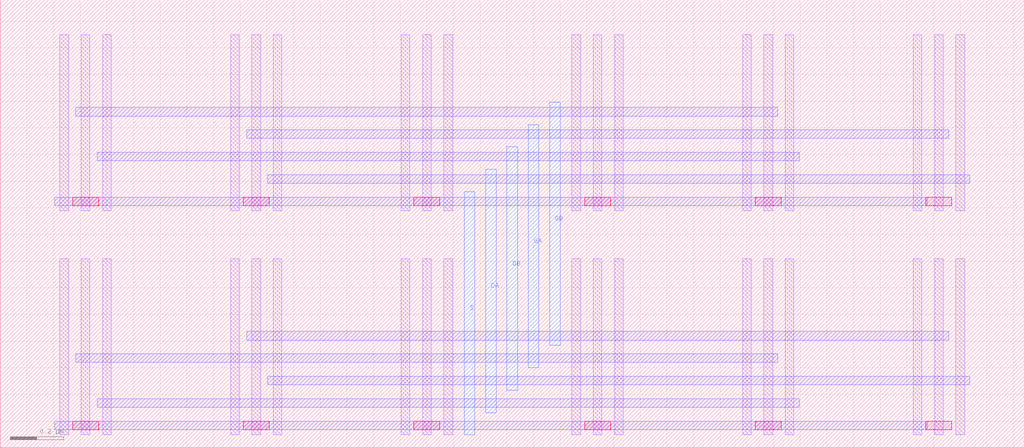
<source format=lef>
MACRO CMC_NMOS_n12_X3_Y1
  ORIGIN 0 0 ;
  FOREIGN CMC_NMOS_n12_X3_Y1 0 0 ;
  SIZE 3.8400 BY 0.8400 ;
  PIN SA
    DIRECTION INOUT ;
    USE SIGNAL ;
    PORT
      LAYER M2 ;
        RECT 0.2040 0.0680 2.8360 0.1000 ;
    END
  END SA
  PIN DA
    DIRECTION INOUT ;
    USE SIGNAL ;
    PORT
      LAYER M2 ;
        RECT 0.3640 0.1520 2.9960 0.1840 ;
    END
  END DA
  PIN SB
    DIRECTION INOUT ;
    USE SIGNAL ;
    PORT
      LAYER M2 ;
        RECT 0.8440 0.2360 3.4760 0.2680 ;
    END
  END SB
  PIN DB
    DIRECTION INOUT ;
    USE SIGNAL ;
    PORT
      LAYER M2 ;
        RECT 1.0040 0.3200 3.6360 0.3520 ;
    END
  END DB
  PIN G
    DIRECTION INOUT ;
    USE SIGNAL ;
    PORT
      LAYER M2 ;
        RECT 0.2840 0.4040 3.5560 0.4360 ;
    END
  END G
  OBS
    LAYER M1 ;
      RECT 0.3040 0.0480 0.3360 0.7080 ;
    LAYER M1 ;
      RECT 0.2240 0.0480 0.2560 0.7080 ;
    LAYER M1 ;
      RECT 0.3840 0.0480 0.4160 0.7080 ;
    LAYER M1 ;
      RECT 0.9440 0.0480 0.9760 0.7080 ;
    LAYER M1 ;
      RECT 0.8640 0.0480 0.8960 0.7080 ;
    LAYER M1 ;
      RECT 1.0240 0.0480 1.0560 0.7080 ;
    LAYER M1 ;
      RECT 1.5840 0.0480 1.6160 0.7080 ;
    LAYER M1 ;
      RECT 1.5040 0.0480 1.5360 0.7080 ;
    LAYER M1 ;
      RECT 1.6640 0.0480 1.6960 0.7080 ;
    LAYER M1 ;
      RECT 2.2240 0.0480 2.2560 0.7080 ;
    LAYER M1 ;
      RECT 2.1440 0.0480 2.1760 0.7080 ;
    LAYER M1 ;
      RECT 2.3040 0.0480 2.3360 0.7080 ;
    LAYER M1 ;
      RECT 2.8640 0.0480 2.8960 0.7080 ;
    LAYER M1 ;
      RECT 2.7840 0.0480 2.8160 0.7080 ;
    LAYER M1 ;
      RECT 2.9440 0.0480 2.9760 0.7080 ;
    LAYER M1 ;
      RECT 3.5040 0.0480 3.5360 0.7080 ;
    LAYER M1 ;
      RECT 3.4240 0.0480 3.4560 0.7080 ;
    LAYER M1 ;
      RECT 3.5840 0.0480 3.6160 0.7080 ;
    LAYER pc ;
      RECT 0.2710 0.0680 0.3690 0.1000 ;
    LAYER pc ;
      RECT 0.9110 0.0680 1.0090 0.1000 ;
    LAYER pc ;
      RECT 1.5510 0.0680 1.6490 0.1000 ;
    LAYER pc ;
      RECT 2.1910 0.0680 2.2890 0.1000 ;
    LAYER pc ;
      RECT 2.8310 0.0680 2.9290 0.1000 ;
    LAYER pc ;
      RECT 3.4710 0.0680 3.5690 0.1000 ;
  END
END CMC_NMOS_n12_X3_Y1
MACRO CMC_PMOS_S_n12_X1_Y1
  ORIGIN 0 0 ;
  FOREIGN CMC_PMOS_S_n12_X1_Y1 0 0 ;
  SIZE 1.2800 BY 0.8400 ;
  PIN S
    DIRECTION INOUT ;
    USE SIGNAL ;
    PORT
      LAYER M3 ;
        RECT 0.3800 0.0480 0.4200 0.4560 ;
      LAYER M3 ;
        RECT 0.7000 0.0480 0.7400 0.4560 ;
    END
  END S
  PIN DA
    DIRECTION INOUT ;
    USE SIGNAL ;
    PORT
      LAYER M3 ;
        RECT 0.4600 0.1320 0.5000 0.5400 ;
      LAYER M3 ;
        RECT 0.7800 0.1320 0.8200 0.5400 ;
    END
  END DA
  PIN DB
    DIRECTION INOUT ;
    USE SIGNAL ;
    PORT
      LAYER M3 ;
        RECT 0.5400 0.2160 0.5800 0.6240 ;
      LAYER M3 ;
        RECT 0.8600 0.2160 0.9000 0.6240 ;
    END
  END DB
  PIN G
    DIRECTION INOUT ;
    USE SIGNAL ;
    PORT
      LAYER M3 ;
        RECT 0.6200 0.3000 0.6600 0.7080 ;
      LAYER M3 ;
        RECT 0.9400 0.3000 0.9800 0.7080 ;
    END
  END G
  OBS
    LAYER M1 ;
      RECT 0.3040 0.0480 0.3360 0.7080 ;
    LAYER M1 ;
      RECT 0.2240 0.0480 0.2560 0.7080 ;
    LAYER M1 ;
      RECT 0.3840 0.0480 0.4160 0.7080 ;
    LAYER M1 ;
      RECT 0.9440 0.0480 0.9760 0.7080 ;
    LAYER M1 ;
      RECT 0.8640 0.0480 0.8960 0.7080 ;
    LAYER M1 ;
      RECT 1.0240 0.0480 1.0560 0.7080 ;
    LAYER M2 ;
      RECT 0.2040 0.0680 0.9160 0.1000 ;
    LAYER M2 ;
      RECT 0.2040 0.4040 0.9160 0.4360 ;
    LAYER M2 ;
      RECT 0.3640 0.1520 0.8360 0.1840 ;
    LAYER M2 ;
      RECT 0.3640 0.4880 0.8360 0.5200 ;
    LAYER M2 ;
      RECT 0.5240 0.2360 1.0760 0.2680 ;
    LAYER M2 ;
      RECT 0.5240 0.5720 1.0760 0.6040 ;
    LAYER M2 ;
      RECT 0.2840 0.3200 0.9960 0.3520 ;
    LAYER M2 ;
      RECT 0.2840 0.6560 0.9960 0.6880 ;
    LAYER pc ;
      RECT 0.2710 0.0680 0.3690 0.1000 ;
    LAYER pc ;
      RECT 0.9110 0.0680 1.0090 0.1000 ;
  END
END CMC_PMOS_S_n12_X1_Y1
MACRO CMC_PMOS_n12_X2_Y1
  ORIGIN 0 0 ;
  FOREIGN CMC_PMOS_n12_X2_Y1 0 0 ;
  SIZE 2.5600 BY 0.8400 ;
  PIN SA
    DIRECTION INOUT ;
    USE SIGNAL ;
    PORT
      LAYER M2 ;
        RECT 0.2040 0.0680 2.3560 0.1000 ;
    END
  END SA
  PIN DA
    DIRECTION INOUT ;
    USE SIGNAL ;
    PORT
      LAYER M2 ;
        RECT 0.3640 0.1520 2.1960 0.1840 ;
    END
  END DA
  PIN SB
    DIRECTION INOUT ;
    USE SIGNAL ;
    PORT
      LAYER M2 ;
        RECT 0.8440 0.2360 1.7160 0.2680 ;
    END
  END SB
  PIN DB
    DIRECTION INOUT ;
    USE SIGNAL ;
    PORT
      LAYER M2 ;
        RECT 1.0040 0.3200 1.5560 0.3520 ;
    END
  END DB
  PIN G
    DIRECTION INOUT ;
    USE SIGNAL ;
    PORT
      LAYER M2 ;
        RECT 0.2840 0.4040 2.2760 0.4360 ;
    END
  END G
  OBS
    LAYER M1 ;
      RECT 0.3040 0.0480 0.3360 0.7080 ;
    LAYER M1 ;
      RECT 0.2240 0.0480 0.2560 0.7080 ;
    LAYER M1 ;
      RECT 0.3840 0.0480 0.4160 0.7080 ;
    LAYER M1 ;
      RECT 0.9440 0.0480 0.9760 0.7080 ;
    LAYER M1 ;
      RECT 0.8640 0.0480 0.8960 0.7080 ;
    LAYER M1 ;
      RECT 1.0240 0.0480 1.0560 0.7080 ;
    LAYER M1 ;
      RECT 1.5840 0.0480 1.6160 0.7080 ;
    LAYER M1 ;
      RECT 1.6640 0.0480 1.6960 0.7080 ;
    LAYER M1 ;
      RECT 1.5040 0.0480 1.5360 0.7080 ;
    LAYER M1 ;
      RECT 2.2240 0.0480 2.2560 0.7080 ;
    LAYER M1 ;
      RECT 2.3040 0.0480 2.3360 0.7080 ;
    LAYER M1 ;
      RECT 2.1440 0.0480 2.1760 0.7080 ;
    LAYER pc ;
      RECT 0.2710 0.0680 0.3690 0.1000 ;
    LAYER pc ;
      RECT 0.9110 0.0680 1.0090 0.1000 ;
    LAYER pc ;
      RECT 1.5510 0.0680 1.6490 0.1000 ;
    LAYER pc ;
      RECT 2.1910 0.0680 2.2890 0.1000 ;
  END
END CMC_PMOS_n12_X2_Y1
MACRO CMFB_NMOS_n12_X3_Y1
  ORIGIN 0 0 ;
  FOREIGN CMFB_NMOS_n12_X3_Y1 0 0 ;
  SIZE 5.1200 BY 0.8400 ;
  PIN S
    DIRECTION INOUT ;
    USE SIGNAL ;
    PORT
      LAYER M3 ;
        RECT 2.3000 0.0480 2.3400 0.4560 ;
      LAYER M3 ;
        RECT 2.6200 0.0480 2.6600 0.4560 ;
    END
  END S
  PIN DA
    DIRECTION INOUT ;
    USE SIGNAL ;
    PORT
      LAYER M3 ;
        RECT 2.3800 0.1320 2.4200 0.5400 ;
      LAYER M3 ;
        RECT 2.7000 0.1320 2.7400 0.5400 ;
    END
  END DA
  PIN DB
    DIRECTION INOUT ;
    USE SIGNAL ;
    PORT
      LAYER M3 ;
        RECT 2.4600 0.2160 2.5000 0.6240 ;
      LAYER M3 ;
        RECT 2.7800 0.2160 2.8200 0.6240 ;
    END
  END DB
  PIN GB
    DIRECTION INOUT ;
    USE SIGNAL ;
    PORT
      LAYER M3 ;
        RECT 2.5400 0.3000 2.5800 0.7080 ;
      LAYER M3 ;
        RECT 2.8600 0.3000 2.9000 0.7080 ;
    END
  END GB
  OBS
    LAYER M1 ;
      RECT 0.3040 0.0480 0.3360 0.7080 ;
    LAYER M1 ;
      RECT 0.2240 0.0480 0.2560 0.7080 ;
    LAYER M1 ;
      RECT 0.3840 0.0480 0.4160 0.7080 ;
    LAYER M1 ;
      RECT 0.9440 0.0480 0.9760 0.7080 ;
    LAYER M1 ;
      RECT 0.8640 0.0480 0.8960 0.7080 ;
    LAYER M1 ;
      RECT 1.0240 0.0480 1.0560 0.7080 ;
    LAYER M1 ;
      RECT 1.5840 0.0480 1.6160 0.7080 ;
    LAYER M1 ;
      RECT 1.5040 0.0480 1.5360 0.7080 ;
    LAYER M1 ;
      RECT 1.6640 0.0480 1.6960 0.7080 ;
    LAYER M1 ;
      RECT 2.2240 0.0480 2.2560 0.7080 ;
    LAYER M1 ;
      RECT 2.1440 0.0480 2.1760 0.7080 ;
    LAYER M1 ;
      RECT 2.3040 0.0480 2.3360 0.7080 ;
    LAYER M1 ;
      RECT 2.8640 0.0480 2.8960 0.7080 ;
    LAYER M1 ;
      RECT 2.7840 0.0480 2.8160 0.7080 ;
    LAYER M1 ;
      RECT 2.9440 0.0480 2.9760 0.7080 ;
    LAYER M1 ;
      RECT 3.5040 0.0480 3.5360 0.7080 ;
    LAYER M1 ;
      RECT 3.4240 0.0480 3.4560 0.7080 ;
    LAYER M1 ;
      RECT 3.5840 0.0480 3.6160 0.7080 ;
    LAYER M1 ;
      RECT 4.1440 0.0480 4.1760 0.7080 ;
    LAYER M1 ;
      RECT 4.0640 0.0480 4.0960 0.7080 ;
    LAYER M1 ;
      RECT 4.2240 0.0480 4.2560 0.7080 ;
    LAYER M1 ;
      RECT 4.7840 0.0480 4.8160 0.7080 ;
    LAYER M1 ;
      RECT 4.7040 0.0480 4.7360 0.7080 ;
    LAYER M1 ;
      RECT 4.8640 0.0480 4.8960 0.7080 ;
    LAYER M2 ;
      RECT 0.2040 0.0680 4.7560 0.1000 ;
    LAYER M2 ;
      RECT 0.2040 0.4040 4.7560 0.4360 ;
    LAYER M2 ;
      RECT 2.2040 0.1520 2.9960 0.1840 ;
    LAYER M2 ;
      RECT 2.2040 0.4880 2.9960 0.5200 ;
    LAYER M2 ;
      RECT 0.3640 0.2360 4.9160 0.2680 ;
    LAYER M2 ;
      RECT 0.3640 0.5720 4.9160 0.6040 ;
    LAYER M2 ;
      RECT 0.2840 0.3200 4.8360 0.3520 ;
    LAYER M2 ;
      RECT 0.2840 0.6560 4.8360 0.6880 ;
    LAYER pc ;
      RECT 0.2710 0.0680 0.3690 0.1000 ;
    LAYER pc ;
      RECT 0.9110 0.0680 1.0090 0.1000 ;
    LAYER pc ;
      RECT 1.5510 0.0680 1.6490 0.1000 ;
    LAYER pc ;
      RECT 2.1910 0.0680 2.2890 0.1000 ;
    LAYER pc ;
      RECT 2.8310 0.0680 2.9290 0.1000 ;
    LAYER pc ;
      RECT 3.4710 0.0680 3.5690 0.1000 ;
    LAYER pc ;
      RECT 4.1110 0.0680 4.2090 0.1000 ;
    LAYER pc ;
      RECT 4.7510 0.0680 4.8490 0.1000 ;
  END
END CMFB_NMOS_n12_X3_Y1
MACRO DCL_NMOS_n12_X2_Y1
  ORIGIN 0 0 ;
  FOREIGN DCL_NMOS_n12_X2_Y1 0 0 ;
  SIZE 1.2800 BY 0.8400 ;
  PIN S
    DIRECTION INOUT ;
    USE SIGNAL ;
    PORT
      LAYER M3 ;
        RECT 0.5400 0.0480 0.5800 0.2880 ;
      LAYER M3 ;
        RECT 0.7000 0.0480 0.7400 0.2880 ;
    END
  END S
  PIN D
    DIRECTION INOUT ;
    USE SIGNAL ;
    PORT
      LAYER M3 ;
        RECT 0.6200 0.1320 0.6600 0.3720 ;
      LAYER M3 ;
        RECT 0.7800 0.1320 0.8200 0.3720 ;
    END
  END D
  OBS
    LAYER M1 ;
      RECT 0.3040 0.0480 0.3360 0.7080 ;
    LAYER M1 ;
      RECT 0.2240 0.0480 0.2560 0.7080 ;
    LAYER M1 ;
      RECT 0.3840 0.0480 0.4160 0.7080 ;
    LAYER M1 ;
      RECT 0.9440 0.0480 0.9760 0.7080 ;
    LAYER M1 ;
      RECT 0.8640 0.0480 0.8960 0.7080 ;
    LAYER M1 ;
      RECT 1.0240 0.0480 1.0560 0.7080 ;
    LAYER M2 ;
      RECT 0.2040 0.0680 0.9160 0.1000 ;
    LAYER M2 ;
      RECT 0.2040 0.2360 0.9160 0.2680 ;
    LAYER M2 ;
      RECT 0.2840 0.1520 1.0760 0.1840 ;
    LAYER M2 ;
      RECT 0.2840 0.3200 1.0760 0.3520 ;
    LAYER pc ;
      RECT 0.2710 0.0680 0.3690 0.1000 ;
    LAYER pc ;
      RECT 0.9110 0.0680 1.0090 0.1000 ;
  END
END DCL_NMOS_n12_X2_Y1
MACRO DP_NMOS_n12_X1_Y1
  ORIGIN 0 0 ;
  FOREIGN DP_NMOS_n12_X1_Y1 0 0 ;
  SIZE 1.2800 BY 0.8400 ;
  PIN S
    DIRECTION INOUT ;
    USE SIGNAL ;
    PORT
      LAYER M2 ;
        RECT 0.2040 0.0680 0.9160 0.1000 ;
    END
  END S
  PIN DA
    DIRECTION INOUT ;
    USE SIGNAL ;
    PORT
      LAYER M2 ;
        RECT 0.3640 0.1520 0.5960 0.1840 ;
    END
  END DA
  PIN DB
    DIRECTION INOUT ;
    USE SIGNAL ;
    PORT
      LAYER M2 ;
        RECT 0.8440 0.2360 1.0760 0.2680 ;
    END
  END DB
  PIN GA
    DIRECTION INOUT ;
    USE SIGNAL ;
    PORT
      LAYER M2 ;
        RECT 0.2840 0.3200 0.5160 0.3520 ;
    END
  END GA
  PIN GB
    DIRECTION INOUT ;
    USE SIGNAL ;
    PORT
      LAYER M2 ;
        RECT 0.7640 0.4040 0.9960 0.4360 ;
    END
  END GB
  OBS
    LAYER M1 ;
      RECT 0.3040 0.0480 0.3360 0.7080 ;
    LAYER M1 ;
      RECT 0.2240 0.0480 0.2560 0.7080 ;
    LAYER M1 ;
      RECT 0.3840 0.0480 0.4160 0.7080 ;
    LAYER M1 ;
      RECT 0.9440 0.0480 0.9760 0.7080 ;
    LAYER M1 ;
      RECT 0.8640 0.0480 0.8960 0.7080 ;
    LAYER M1 ;
      RECT 1.0240 0.0480 1.0560 0.7080 ;
    LAYER pc ;
      RECT 0.2710 0.0680 0.3690 0.1000 ;
    LAYER pc ;
      RECT 0.9110 0.0680 1.0090 0.1000 ;
  END
END DP_NMOS_n12_X1_Y1
MACRO DP_NMOS_n12_X3_Y2
  ORIGIN 0 0 ;
  FOREIGN DP_NMOS_n12_X3_Y2 0 0 ;
  SIZE 3.8400 BY 1.6800 ;
  PIN S
    DIRECTION INOUT ;
    USE SIGNAL ;
    PORT
      LAYER M3 ;
        RECT 1.7400 0.0480 1.7800 0.9600 ;
    END
  END S
  PIN DA
    DIRECTION INOUT ;
    USE SIGNAL ;
    PORT
      LAYER M3 ;
        RECT 1.8200 0.1320 1.8600 1.0440 ;
    END
  END DA
  PIN DB
    DIRECTION INOUT ;
    USE SIGNAL ;
    PORT
      LAYER M3 ;
        RECT 1.9000 0.2160 1.9400 1.1280 ;
    END
  END DB
  PIN GA
    DIRECTION INOUT ;
    USE SIGNAL ;
    PORT
      LAYER M3 ;
        RECT 1.9800 0.3000 2.0200 1.2120 ;
    END
  END GA
  PIN GB
    DIRECTION INOUT ;
    USE SIGNAL ;
    PORT
      LAYER M3 ;
        RECT 2.0600 0.3840 2.1000 1.2960 ;
    END
  END GB
  OBS
    LAYER M1 ;
      RECT 0.3040 0.0480 0.3360 0.7080 ;
    LAYER M1 ;
      RECT 0.3040 0.8880 0.3360 1.5480 ;
    LAYER M1 ;
      RECT 0.2240 0.0480 0.2560 0.7080 ;
    LAYER M1 ;
      RECT 0.2240 0.8880 0.2560 1.5480 ;
    LAYER M1 ;
      RECT 0.3840 0.0480 0.4160 0.7080 ;
    LAYER M1 ;
      RECT 0.3840 0.8880 0.4160 1.5480 ;
    LAYER M1 ;
      RECT 0.9440 0.0480 0.9760 0.7080 ;
    LAYER M1 ;
      RECT 0.9440 0.8880 0.9760 1.5480 ;
    LAYER M1 ;
      RECT 0.8640 0.0480 0.8960 0.7080 ;
    LAYER M1 ;
      RECT 0.8640 0.8880 0.8960 1.5480 ;
    LAYER M1 ;
      RECT 1.0240 0.0480 1.0560 0.7080 ;
    LAYER M1 ;
      RECT 1.0240 0.8880 1.0560 1.5480 ;
    LAYER M1 ;
      RECT 1.5840 0.0480 1.6160 0.7080 ;
    LAYER M1 ;
      RECT 1.5840 0.8880 1.6160 1.5480 ;
    LAYER M1 ;
      RECT 1.5040 0.0480 1.5360 0.7080 ;
    LAYER M1 ;
      RECT 1.5040 0.8880 1.5360 1.5480 ;
    LAYER M1 ;
      RECT 1.6640 0.0480 1.6960 0.7080 ;
    LAYER M1 ;
      RECT 1.6640 0.8880 1.6960 1.5480 ;
    LAYER M1 ;
      RECT 2.2240 0.0480 2.2560 0.7080 ;
    LAYER M1 ;
      RECT 2.2240 0.8880 2.2560 1.5480 ;
    LAYER M1 ;
      RECT 2.1440 0.0480 2.1760 0.7080 ;
    LAYER M1 ;
      RECT 2.1440 0.8880 2.1760 1.5480 ;
    LAYER M1 ;
      RECT 2.3040 0.0480 2.3360 0.7080 ;
    LAYER M1 ;
      RECT 2.3040 0.8880 2.3360 1.5480 ;
    LAYER M1 ;
      RECT 2.8640 0.0480 2.8960 0.7080 ;
    LAYER M1 ;
      RECT 2.8640 0.8880 2.8960 1.5480 ;
    LAYER M1 ;
      RECT 2.7840 0.0480 2.8160 0.7080 ;
    LAYER M1 ;
      RECT 2.7840 0.8880 2.8160 1.5480 ;
    LAYER M1 ;
      RECT 2.9440 0.0480 2.9760 0.7080 ;
    LAYER M1 ;
      RECT 2.9440 0.8880 2.9760 1.5480 ;
    LAYER M1 ;
      RECT 3.5040 0.0480 3.5360 0.7080 ;
    LAYER M1 ;
      RECT 3.5040 0.8880 3.5360 1.5480 ;
    LAYER M1 ;
      RECT 3.4240 0.0480 3.4560 0.7080 ;
    LAYER M1 ;
      RECT 3.4240 0.8880 3.4560 1.5480 ;
    LAYER M1 ;
      RECT 3.5840 0.0480 3.6160 0.7080 ;
    LAYER M1 ;
      RECT 3.5840 0.8880 3.6160 1.5480 ;
    LAYER M2 ;
      RECT 0.2040 0.0680 3.4760 0.1000 ;
    LAYER M2 ;
      RECT 0.3640 0.1520 2.9960 0.1840 ;
    LAYER M2 ;
      RECT 1.0040 0.2360 3.6360 0.2680 ;
    LAYER M2 ;
      RECT 0.2840 0.3200 2.9160 0.3520 ;
    LAYER M2 ;
      RECT 0.9240 0.4040 3.5560 0.4360 ;
    LAYER M2 ;
      RECT 0.2040 0.9080 3.4760 0.9400 ;
    LAYER M2 ;
      RECT 1.0040 0.9920 3.6360 1.0240 ;
    LAYER M2 ;
      RECT 0.3640 1.0760 2.9960 1.1080 ;
    LAYER M2 ;
      RECT 0.9240 1.1600 3.5560 1.1920 ;
    LAYER M2 ;
      RECT 0.2840 1.2440 2.9160 1.2760 ;
    LAYER pc ;
      RECT 0.2710 0.0680 0.3690 0.1000 ;
    LAYER pc ;
      RECT 0.9110 0.0680 1.0090 0.1000 ;
    LAYER pc ;
      RECT 1.5510 0.0680 1.6490 0.1000 ;
    LAYER pc ;
      RECT 2.1910 0.0680 2.2890 0.1000 ;
    LAYER pc ;
      RECT 2.8310 0.0680 2.9290 0.1000 ;
    LAYER pc ;
      RECT 3.4710 0.0680 3.5690 0.1000 ;
    LAYER pc ;
      RECT 0.2710 0.9080 0.3690 0.9400 ;
    LAYER pc ;
      RECT 0.9110 0.9080 1.0090 0.9400 ;
    LAYER pc ;
      RECT 1.5510 0.9080 1.6490 0.9400 ;
    LAYER pc ;
      RECT 2.1910 0.9080 2.2890 0.9400 ;
    LAYER pc ;
      RECT 2.8310 0.9080 2.9290 0.9400 ;
    LAYER pc ;
      RECT 3.4710 0.9080 3.5690 0.9400 ;
  END
END DP_NMOS_n12_X3_Y2
MACRO Switch_NMOS_n12_X1_Y1
  ORIGIN 0 0 ;
  FOREIGN Switch_NMOS_n12_X1_Y1 0 0 ;
  SIZE 0.6400 BY 0.8400 ;
  PIN S
    DIRECTION INOUT ;
    USE SIGNAL ;
    PORT
      LAYER M3 ;
        RECT 0.1400 0.0480 0.1800 0.3720 ;
      LAYER M3 ;
        RECT 0.3800 0.0480 0.4200 0.3720 ;
    END
  END S
  PIN D
    DIRECTION INOUT ;
    USE SIGNAL ;
    PORT
      LAYER M3 ;
        RECT 0.2200 0.1320 0.2600 0.4560 ;
      LAYER M3 ;
        RECT 0.4600 0.1320 0.5000 0.4560 ;
    END
  END D
  PIN G
    DIRECTION INOUT ;
    USE SIGNAL ;
    PORT
      LAYER M3 ;
        RECT 0.3000 0.2160 0.3400 0.5400 ;
      LAYER M3 ;
        RECT 0.5400 0.2160 0.5800 0.5400 ;
    END
  END G
  OBS
    LAYER M1 ;
      RECT 0.3040 0.0480 0.3360 0.7080 ;
    LAYER M1 ;
      RECT 0.2240 0.0480 0.2560 0.7080 ;
    LAYER M1 ;
      RECT 0.3840 0.0480 0.4160 0.7080 ;
    LAYER M2 ;
      RECT 0.1240 0.0680 0.4360 0.1000 ;
    LAYER M2 ;
      RECT 0.1240 0.3200 0.4360 0.3520 ;
    LAYER M2 ;
      RECT 0.2040 0.1520 0.5160 0.1840 ;
    LAYER M2 ;
      RECT 0.2040 0.4040 0.5160 0.4360 ;
    LAYER M2 ;
      RECT 0.2040 0.2360 0.5960 0.2680 ;
    LAYER M2 ;
      RECT 0.2040 0.4880 0.5960 0.5200 ;
    LAYER pc ;
      RECT 0.2710 0.0680 0.3690 0.1000 ;
  END
END Switch_NMOS_n12_X1_Y1
MACRO Switch_NMOS_n12_X3_Y1
  ORIGIN 0 0 ;
  FOREIGN Switch_NMOS_n12_X3_Y1 0 0 ;
  SIZE 1.9200 BY 0.8400 ;
  PIN S
    DIRECTION INOUT ;
    USE SIGNAL ;
    PORT
      LAYER M3 ;
        RECT 0.7800 0.0480 0.8200 0.3720 ;
      LAYER M3 ;
        RECT 1.0200 0.0480 1.0600 0.3720 ;
    END
  END S
  PIN D
    DIRECTION INOUT ;
    USE SIGNAL ;
    PORT
      LAYER M3 ;
        RECT 0.8600 0.1320 0.9000 0.4560 ;
      LAYER M3 ;
        RECT 1.1000 0.1320 1.1400 0.4560 ;
    END
  END D
  PIN G
    DIRECTION INOUT ;
    USE SIGNAL ;
    PORT
      LAYER M3 ;
        RECT 0.9400 0.2160 0.9800 0.5400 ;
      LAYER M3 ;
        RECT 1.1800 0.2160 1.2200 0.5400 ;
    END
  END G
  OBS
    LAYER M1 ;
      RECT 0.3040 0.0480 0.3360 0.7080 ;
    LAYER M1 ;
      RECT 0.2240 0.0480 0.2560 0.7080 ;
    LAYER M1 ;
      RECT 0.3840 0.0480 0.4160 0.7080 ;
    LAYER M1 ;
      RECT 0.9440 0.0480 0.9760 0.7080 ;
    LAYER M1 ;
      RECT 0.8640 0.0480 0.8960 0.7080 ;
    LAYER M1 ;
      RECT 1.0240 0.0480 1.0560 0.7080 ;
    LAYER M1 ;
      RECT 1.5840 0.0480 1.6160 0.7080 ;
    LAYER M1 ;
      RECT 1.5040 0.0480 1.5360 0.7080 ;
    LAYER M1 ;
      RECT 1.6640 0.0480 1.6960 0.7080 ;
    LAYER M2 ;
      RECT 0.2040 0.0680 1.5560 0.1000 ;
    LAYER M2 ;
      RECT 0.2040 0.3200 1.5560 0.3520 ;
    LAYER M2 ;
      RECT 0.3640 0.1520 1.7160 0.1840 ;
    LAYER M2 ;
      RECT 0.3640 0.4040 1.7160 0.4360 ;
    LAYER M2 ;
      RECT 0.2840 0.2360 1.6360 0.2680 ;
    LAYER M2 ;
      RECT 0.2840 0.4880 1.6360 0.5200 ;
    LAYER pc ;
      RECT 0.2710 0.0680 0.3690 0.1000 ;
    LAYER pc ;
      RECT 0.9110 0.0680 1.0090 0.1000 ;
    LAYER pc ;
      RECT 1.5510 0.0680 1.6490 0.1000 ;
  END
END Switch_NMOS_n12_X3_Y1
MACRO Switch_NMOS_n12_X3_Y2
  ORIGIN 0 0 ;
  FOREIGN Switch_NMOS_n12_X3_Y2 0 0 ;
  SIZE 1.9200 BY 1.6800 ;
  PIN S
    DIRECTION INOUT ;
    USE SIGNAL ;
    PORT
      LAYER M3 ;
        RECT 0.7800 0.0480 0.8200 1.2120 ;
      LAYER M3 ;
        RECT 1.0200 0.0480 1.0600 1.2120 ;
    END
  END S
  PIN D
    DIRECTION INOUT ;
    USE SIGNAL ;
    PORT
      LAYER M3 ;
        RECT 0.8600 0.1320 0.9000 1.2960 ;
      LAYER M3 ;
        RECT 1.1000 0.1320 1.1400 1.2960 ;
    END
  END D
  PIN G
    DIRECTION INOUT ;
    USE SIGNAL ;
    PORT
      LAYER M3 ;
        RECT 0.9400 0.2160 0.9800 1.3800 ;
      LAYER M3 ;
        RECT 1.1800 0.2160 1.2200 1.3800 ;
    END
  END G
  OBS
    LAYER M1 ;
      RECT 0.3040 0.0480 0.3360 0.7080 ;
    LAYER M1 ;
      RECT 0.3040 0.8880 0.3360 1.5480 ;
    LAYER M1 ;
      RECT 0.2240 0.0480 0.2560 0.7080 ;
    LAYER M1 ;
      RECT 0.2240 0.8880 0.2560 1.5480 ;
    LAYER M1 ;
      RECT 0.3840 0.0480 0.4160 0.7080 ;
    LAYER M1 ;
      RECT 0.3840 0.8880 0.4160 1.5480 ;
    LAYER M1 ;
      RECT 0.9440 0.0480 0.9760 0.7080 ;
    LAYER M1 ;
      RECT 0.9440 0.8880 0.9760 1.5480 ;
    LAYER M1 ;
      RECT 0.8640 0.0480 0.8960 0.7080 ;
    LAYER M1 ;
      RECT 0.8640 0.8880 0.8960 1.5480 ;
    LAYER M1 ;
      RECT 1.0240 0.0480 1.0560 0.7080 ;
    LAYER M1 ;
      RECT 1.0240 0.8880 1.0560 1.5480 ;
    LAYER M1 ;
      RECT 1.5840 0.0480 1.6160 0.7080 ;
    LAYER M1 ;
      RECT 1.5840 0.8880 1.6160 1.5480 ;
    LAYER M1 ;
      RECT 1.5040 0.0480 1.5360 0.7080 ;
    LAYER M1 ;
      RECT 1.5040 0.8880 1.5360 1.5480 ;
    LAYER M1 ;
      RECT 1.6640 0.0480 1.6960 0.7080 ;
    LAYER M1 ;
      RECT 1.6640 0.8880 1.6960 1.5480 ;
    LAYER M2 ;
      RECT 0.2040 0.0680 1.5560 0.1000 ;
    LAYER M2 ;
      RECT 0.2040 0.3200 1.5560 0.3520 ;
    LAYER M2 ;
      RECT 0.3640 0.1520 1.7160 0.1840 ;
    LAYER M2 ;
      RECT 0.3640 0.4040 1.7160 0.4360 ;
    LAYER M2 ;
      RECT 0.2840 0.2360 1.6360 0.2680 ;
    LAYER M2 ;
      RECT 0.2840 0.4880 1.6360 0.5200 ;
    LAYER M2 ;
      RECT 0.2040 0.9080 1.5560 0.9400 ;
    LAYER M2 ;
      RECT 0.2040 1.1600 1.5560 1.1920 ;
    LAYER M2 ;
      RECT 0.3640 0.9920 1.7160 1.0240 ;
    LAYER M2 ;
      RECT 0.3640 1.2440 1.7160 1.2760 ;
    LAYER M2 ;
      RECT 0.2840 1.0760 1.6360 1.1080 ;
    LAYER M2 ;
      RECT 0.2840 1.3280 1.6360 1.3600 ;
    LAYER pc ;
      RECT 0.2710 0.0680 0.3690 0.1000 ;
    LAYER pc ;
      RECT 0.9110 0.0680 1.0090 0.1000 ;
    LAYER pc ;
      RECT 1.5510 0.0680 1.6490 0.1000 ;
    LAYER pc ;
      RECT 0.2710 0.9080 0.3690 0.9400 ;
    LAYER pc ;
      RECT 0.9110 0.9080 1.0090 0.9400 ;
    LAYER pc ;
      RECT 1.5510 0.9080 1.6490 0.9400 ;
  END
END Switch_NMOS_n12_X3_Y2
MACRO Switch_PMOS_n12_X1_Y1
  ORIGIN 0 0 ;
  FOREIGN Switch_PMOS_n12_X1_Y1 0 0 ;
  SIZE 0.6400 BY 0.8400 ;
  PIN S
    DIRECTION INOUT ;
    USE SIGNAL ;
    PORT
      LAYER M3 ;
        RECT 0.1400 0.0480 0.1800 0.3720 ;
      LAYER M3 ;
        RECT 0.3800 0.0480 0.4200 0.3720 ;
    END
  END S
  PIN D
    DIRECTION INOUT ;
    USE SIGNAL ;
    PORT
      LAYER M3 ;
        RECT 0.2200 0.1320 0.2600 0.4560 ;
      LAYER M3 ;
        RECT 0.4600 0.1320 0.5000 0.4560 ;
    END
  END D
  PIN G
    DIRECTION INOUT ;
    USE SIGNAL ;
    PORT
      LAYER M3 ;
        RECT 0.3000 0.2160 0.3400 0.5400 ;
      LAYER M3 ;
        RECT 0.5400 0.2160 0.5800 0.5400 ;
    END
  END G
  OBS
    LAYER M1 ;
      RECT 0.3040 0.0480 0.3360 0.7080 ;
    LAYER M1 ;
      RECT 0.2240 0.0480 0.2560 0.7080 ;
    LAYER M1 ;
      RECT 0.3840 0.0480 0.4160 0.7080 ;
    LAYER M2 ;
      RECT 0.1240 0.0680 0.4360 0.1000 ;
    LAYER M2 ;
      RECT 0.1240 0.3200 0.4360 0.3520 ;
    LAYER M2 ;
      RECT 0.2040 0.1520 0.5160 0.1840 ;
    LAYER M2 ;
      RECT 0.2040 0.4040 0.5160 0.4360 ;
    LAYER M2 ;
      RECT 0.2040 0.2360 0.5960 0.2680 ;
    LAYER M2 ;
      RECT 0.2040 0.4880 0.5960 0.5200 ;
    LAYER pc ;
      RECT 0.2710 0.0680 0.3690 0.1000 ;
  END
END Switch_PMOS_n12_X1_Y1
MACRO Switch_PMOS_n12_X2_Y1
  ORIGIN 0 0 ;
  FOREIGN Switch_PMOS_n12_X2_Y1 0 0 ;
  SIZE 1.2800 BY 0.8400 ;
  PIN S
    DIRECTION INOUT ;
    USE SIGNAL ;
    PORT
      LAYER M3 ;
        RECT 0.4600 0.0480 0.5000 0.3720 ;
      LAYER M3 ;
        RECT 0.7000 0.0480 0.7400 0.3720 ;
    END
  END S
  PIN D
    DIRECTION INOUT ;
    USE SIGNAL ;
    PORT
      LAYER M3 ;
        RECT 0.5400 0.1320 0.5800 0.4560 ;
      LAYER M3 ;
        RECT 0.7800 0.1320 0.8200 0.4560 ;
    END
  END D
  PIN G
    DIRECTION INOUT ;
    USE SIGNAL ;
    PORT
      LAYER M3 ;
        RECT 0.6200 0.2160 0.6600 0.5400 ;
      LAYER M3 ;
        RECT 0.8600 0.2160 0.9000 0.5400 ;
    END
  END G
  OBS
    LAYER M1 ;
      RECT 0.3040 0.0480 0.3360 0.7080 ;
    LAYER M1 ;
      RECT 0.2240 0.0480 0.2560 0.7080 ;
    LAYER M1 ;
      RECT 0.3840 0.0480 0.4160 0.7080 ;
    LAYER M1 ;
      RECT 0.9440 0.0480 0.9760 0.7080 ;
    LAYER M1 ;
      RECT 0.8640 0.0480 0.8960 0.7080 ;
    LAYER M1 ;
      RECT 1.0240 0.0480 1.0560 0.7080 ;
    LAYER M2 ;
      RECT 0.2040 0.0680 0.9160 0.1000 ;
    LAYER M2 ;
      RECT 0.2040 0.3200 0.9160 0.3520 ;
    LAYER M2 ;
      RECT 0.3640 0.1520 1.0760 0.1840 ;
    LAYER M2 ;
      RECT 0.3640 0.4040 1.0760 0.4360 ;
    LAYER M2 ;
      RECT 0.2840 0.2360 0.9960 0.2680 ;
    LAYER M2 ;
      RECT 0.2840 0.4880 0.9960 0.5200 ;
    LAYER pc ;
      RECT 0.2710 0.0680 0.3690 0.1000 ;
    LAYER pc ;
      RECT 0.9110 0.0680 1.0090 0.1000 ;
  END
END Switch_PMOS_n12_X2_Y1
MACRO cap_12f
  ORIGIN 0 0 ;
  FOREIGN cap_12f 0 0 ;
  SIZE 2.4000 BY 2.4360 ;
  PIN PLUS
    DIRECTION INOUT ;
    USE SIGNAL ;
    PORT
      LAYER M2 ;
        RECT -0.0360 -0.0160 2.4360 0.0160 ;
    END
  END PLUS
  PIN MINUS
    DIRECTION INOUT ;
    USE SIGNAL ;
    PORT
      LAYER M2 ;
        RECT -0.0360 2.4200 2.4360 2.4520 ;
    END
  END MINUS
  OBS
    LAYER boundary ;
      RECT 0.0000 0.0000 2.4000 2.4360 ;
    LAYER M1 ;
      RECT -0.0160 -0.0360 0.0160 2.4720 ;
    LAYER M1 ;
      RECT 0.0480 -0.0360 0.0800 2.4720 ;
    LAYER M1 ;
      RECT 0.1120 -0.0360 0.1440 2.4720 ;
    LAYER M1 ;
      RECT 0.1760 -0.0360 0.2080 2.4720 ;
    LAYER M1 ;
      RECT 0.2400 -0.0360 0.2720 2.4720 ;
    LAYER M1 ;
      RECT 0.3040 -0.0360 0.3360 2.4720 ;
    LAYER M1 ;
      RECT 0.3680 -0.0360 0.4000 2.4720 ;
    LAYER M1 ;
      RECT 0.4320 -0.0360 0.4640 2.4720 ;
    LAYER M1 ;
      RECT 0.4960 -0.0360 0.5280 2.4720 ;
    LAYER M1 ;
      RECT 0.5600 -0.0360 0.5920 2.4720 ;
    LAYER M1 ;
      RECT 0.6240 -0.0360 0.6560 2.4720 ;
    LAYER M1 ;
      RECT 0.6880 -0.0360 0.7200 2.4720 ;
    LAYER M1 ;
      RECT 0.7520 -0.0360 0.7840 2.4720 ;
    LAYER M1 ;
      RECT 0.8160 -0.0360 0.8480 2.4720 ;
    LAYER M1 ;
      RECT 0.8800 -0.0360 0.9120 2.4720 ;
    LAYER M1 ;
      RECT 0.9440 -0.0360 0.9760 2.4720 ;
    LAYER M1 ;
      RECT 1.0080 -0.0360 1.0400 2.4720 ;
    LAYER M1 ;
      RECT 1.0720 -0.0360 1.1040 2.4720 ;
    LAYER M1 ;
      RECT 1.1360 -0.0360 1.1680 2.4720 ;
    LAYER M1 ;
      RECT 1.2000 -0.0360 1.2320 2.4720 ;
    LAYER M1 ;
      RECT 1.2640 -0.0360 1.2960 2.4720 ;
    LAYER M1 ;
      RECT 1.3280 -0.0360 1.3600 2.4720 ;
    LAYER M1 ;
      RECT 1.3920 -0.0360 1.4240 2.4720 ;
    LAYER M1 ;
      RECT 1.4560 -0.0360 1.4880 2.4720 ;
    LAYER M1 ;
      RECT 1.5200 -0.0360 1.5520 2.4720 ;
    LAYER M1 ;
      RECT 1.5840 -0.0360 1.6160 2.4720 ;
    LAYER M1 ;
      RECT 1.6480 -0.0360 1.6800 2.4720 ;
    LAYER M1 ;
      RECT 1.7120 -0.0360 1.7440 2.4720 ;
    LAYER M1 ;
      RECT 1.7760 -0.0360 1.8080 2.4720 ;
    LAYER M1 ;
      RECT 1.8400 -0.0360 1.8720 2.4720 ;
    LAYER M1 ;
      RECT 1.9040 -0.0360 1.9360 2.4720 ;
    LAYER M1 ;
      RECT 1.9680 -0.0360 2.0000 2.4720 ;
    LAYER M1 ;
      RECT 2.0320 -0.0360 2.0640 2.4720 ;
    LAYER M1 ;
      RECT 2.0960 -0.0360 2.1280 2.4720 ;
    LAYER M1 ;
      RECT 2.1600 -0.0360 2.1920 2.4720 ;
    LAYER M1 ;
      RECT 2.2240 -0.0360 2.2560 2.4720 ;
    LAYER M1 ;
      RECT 2.2880 -0.0360 2.3200 2.4720 ;
    LAYER M2 ;
      RECT -0.0360 0.0480 2.4360 0.0800 ;
    LAYER M2 ;
      RECT -0.0360 0.1120 2.4360 0.1440 ;
    LAYER M2 ;
      RECT -0.0360 0.1760 2.4360 0.2080 ;
    LAYER M2 ;
      RECT -0.0360 0.2400 2.4360 0.2720 ;
    LAYER M2 ;
      RECT -0.0360 0.3040 2.4360 0.3360 ;
    LAYER M2 ;
      RECT -0.0360 0.3680 2.4360 0.4000 ;
    LAYER M2 ;
      RECT -0.0360 0.4320 2.4360 0.4640 ;
    LAYER M2 ;
      RECT -0.0360 0.4960 2.4360 0.5280 ;
    LAYER M2 ;
      RECT -0.0360 0.5600 2.4360 0.5920 ;
    LAYER M2 ;
      RECT -0.0360 0.6240 2.4360 0.6560 ;
    LAYER M2 ;
      RECT -0.0360 0.6880 2.4360 0.7200 ;
    LAYER M2 ;
      RECT -0.0360 0.7520 2.4360 0.7840 ;
    LAYER M2 ;
      RECT -0.0360 0.8160 2.4360 0.8480 ;
    LAYER M2 ;
      RECT -0.0360 0.8800 2.4360 0.9120 ;
    LAYER M2 ;
      RECT -0.0360 0.9440 2.4360 0.9760 ;
    LAYER M2 ;
      RECT -0.0360 1.0080 2.4360 1.0400 ;
    LAYER M2 ;
      RECT -0.0360 1.0720 2.4360 1.1040 ;
    LAYER M2 ;
      RECT -0.0360 1.1360 2.4360 1.1680 ;
    LAYER M2 ;
      RECT -0.0360 1.2000 2.4360 1.2320 ;
    LAYER M2 ;
      RECT -0.0360 1.2640 2.4360 1.2960 ;
    LAYER M2 ;
      RECT -0.0360 1.3280 2.4360 1.3600 ;
    LAYER M2 ;
      RECT -0.0360 1.3920 2.4360 1.4240 ;
    LAYER M2 ;
      RECT -0.0360 1.4560 2.4360 1.4880 ;
    LAYER M2 ;
      RECT -0.0360 1.5200 2.4360 1.5520 ;
    LAYER M2 ;
      RECT -0.0360 1.5840 2.4360 1.6160 ;
    LAYER M2 ;
      RECT -0.0360 1.6480 2.4360 1.6800 ;
    LAYER M2 ;
      RECT -0.0360 1.7120 2.4360 1.7440 ;
    LAYER M2 ;
      RECT -0.0360 1.7760 2.4360 1.8080 ;
    LAYER M2 ;
      RECT -0.0360 1.8400 2.4360 1.8720 ;
    LAYER M2 ;
      RECT -0.0360 1.9040 2.4360 1.9360 ;
    LAYER M2 ;
      RECT -0.0360 1.9680 2.4360 2.0000 ;
    LAYER M2 ;
      RECT -0.0360 2.0320 2.4360 2.0640 ;
    LAYER M2 ;
      RECT -0.0360 2.0960 2.4360 2.1280 ;
    LAYER M2 ;
      RECT -0.0360 2.1600 2.4360 2.1920 ;
    LAYER M2 ;
      RECT -0.0360 2.2240 2.4360 2.2560 ;
    LAYER M2 ;
      RECT -0.0360 2.2880 2.4360 2.3200 ;
    LAYER M3 ;
      RECT -0.0160 -0.0360 0.0160 2.4720 ;
    LAYER M3 ;
      RECT 0.0480 -0.0360 0.0800 2.4720 ;
    LAYER M3 ;
      RECT 0.1120 -0.0360 0.1440 2.4720 ;
    LAYER M3 ;
      RECT 0.1760 -0.0360 0.2080 2.4720 ;
    LAYER M3 ;
      RECT 0.2400 -0.0360 0.2720 2.4720 ;
    LAYER M3 ;
      RECT 0.3040 -0.0360 0.3360 2.4720 ;
    LAYER M3 ;
      RECT 0.3680 -0.0360 0.4000 2.4720 ;
    LAYER M3 ;
      RECT 0.4320 -0.0360 0.4640 2.4720 ;
    LAYER M3 ;
      RECT 0.4960 -0.0360 0.5280 2.4720 ;
    LAYER M3 ;
      RECT 0.5600 -0.0360 0.5920 2.4720 ;
    LAYER M3 ;
      RECT 0.6240 -0.0360 0.6560 2.4720 ;
    LAYER M3 ;
      RECT 0.6880 -0.0360 0.7200 2.4720 ;
    LAYER M3 ;
      RECT 0.7520 -0.0360 0.7840 2.4720 ;
    LAYER M3 ;
      RECT 0.8160 -0.0360 0.8480 2.4720 ;
    LAYER M3 ;
      RECT 0.8800 -0.0360 0.9120 2.4720 ;
    LAYER M3 ;
      RECT 0.9440 -0.0360 0.9760 2.4720 ;
    LAYER M3 ;
      RECT 1.0080 -0.0360 1.0400 2.4720 ;
    LAYER M3 ;
      RECT 1.0720 -0.0360 1.1040 2.4720 ;
    LAYER M3 ;
      RECT 1.1360 -0.0360 1.1680 2.4720 ;
    LAYER M3 ;
      RECT 1.2000 -0.0360 1.2320 2.4720 ;
    LAYER M3 ;
      RECT 1.2640 -0.0360 1.2960 2.4720 ;
    LAYER M3 ;
      RECT 1.3280 -0.0360 1.3600 2.4720 ;
    LAYER M3 ;
      RECT 1.3920 -0.0360 1.4240 2.4720 ;
    LAYER M3 ;
      RECT 1.4560 -0.0360 1.4880 2.4720 ;
    LAYER M3 ;
      RECT 1.5200 -0.0360 1.5520 2.4720 ;
    LAYER M3 ;
      RECT 1.5840 -0.0360 1.6160 2.4720 ;
    LAYER M3 ;
      RECT 1.6480 -0.0360 1.6800 2.4720 ;
    LAYER M3 ;
      RECT 1.7120 -0.0360 1.7440 2.4720 ;
    LAYER M3 ;
      RECT 1.7760 -0.0360 1.8080 2.4720 ;
    LAYER M3 ;
      RECT 1.8400 -0.0360 1.8720 2.4720 ;
    LAYER M3 ;
      RECT 1.9040 -0.0360 1.9360 2.4720 ;
    LAYER M3 ;
      RECT 1.9680 -0.0360 2.0000 2.4720 ;
    LAYER M3 ;
      RECT 2.0320 -0.0360 2.0640 2.4720 ;
    LAYER M3 ;
      RECT 2.0960 -0.0360 2.1280 2.4720 ;
    LAYER M3 ;
      RECT 2.1600 -0.0360 2.1920 2.4720 ;
    LAYER M3 ;
      RECT 2.2240 -0.0360 2.2560 2.4720 ;
    LAYER M3 ;
      RECT 2.2880 -0.0360 2.3200 2.4720 ;
    LAYER M3 ;
      RECT 2.3840 -0.0360 2.4160 2.4720 ;
    LAYER M1 ;
      RECT -0.0010 0.0000 0.0010 2.4360 ;
    LAYER M1 ;
      RECT 0.0790 0.0000 0.0810 2.4360 ;
    LAYER M1 ;
      RECT 0.1590 0.0000 0.1610 2.4360 ;
    LAYER M1 ;
      RECT 0.2390 0.0000 0.2410 2.4360 ;
    LAYER M1 ;
      RECT 0.3190 0.0000 0.3210 2.4360 ;
    LAYER M1 ;
      RECT 0.3990 0.0000 0.4010 2.4360 ;
    LAYER M1 ;
      RECT 0.4790 0.0000 0.4810 2.4360 ;
    LAYER M1 ;
      RECT 0.5590 0.0000 0.5610 2.4360 ;
    LAYER M1 ;
      RECT 0.6390 0.0000 0.6410 2.4360 ;
    LAYER M1 ;
      RECT 0.7190 0.0000 0.7210 2.4360 ;
    LAYER M1 ;
      RECT 0.7990 0.0000 0.8010 2.4360 ;
    LAYER M1 ;
      RECT 0.8790 0.0000 0.8810 2.4360 ;
    LAYER M1 ;
      RECT 0.9590 0.0000 0.9610 2.4360 ;
    LAYER M1 ;
      RECT 1.0390 0.0000 1.0410 2.4360 ;
    LAYER M1 ;
      RECT 1.1190 0.0000 1.1210 2.4360 ;
    LAYER M1 ;
      RECT 1.1990 0.0000 1.2010 2.4360 ;
    LAYER M1 ;
      RECT 1.2790 0.0000 1.2810 2.4360 ;
    LAYER M1 ;
      RECT 1.3590 0.0000 1.3610 2.4360 ;
    LAYER M1 ;
      RECT 1.4390 0.0000 1.4410 2.4360 ;
    LAYER M1 ;
      RECT 1.5190 0.0000 1.5210 2.4360 ;
    LAYER M1 ;
      RECT 1.5990 0.0000 1.6010 2.4360 ;
    LAYER M1 ;
      RECT 1.6790 0.0000 1.6810 2.4360 ;
    LAYER M1 ;
      RECT 1.7590 0.0000 1.7610 2.4360 ;
    LAYER M1 ;
      RECT 1.8390 0.0000 1.8410 2.4360 ;
    LAYER M1 ;
      RECT 1.9190 0.0000 1.9210 2.4360 ;
    LAYER M1 ;
      RECT 1.9990 0.0000 2.0010 2.4360 ;
    LAYER M1 ;
      RECT 2.0790 0.0000 2.0810 2.4360 ;
    LAYER M1 ;
      RECT 2.1590 0.0000 2.1610 2.4360 ;
    LAYER M1 ;
      RECT 2.2390 0.0000 2.2410 2.4360 ;
    LAYER M1 ;
      RECT 2.3190 0.0000 2.3210 2.4360 ;
    LAYER M2 ;
      RECT 0.0000 -0.0010 2.4000 0.0010 ;
    LAYER M2 ;
      RECT 0.0000 0.0830 2.4000 0.0850 ;
    LAYER M2 ;
      RECT 0.0000 0.1670 2.4000 0.1690 ;
    LAYER M2 ;
      RECT 0.0000 0.2510 2.4000 0.2530 ;
    LAYER M2 ;
      RECT 0.0000 0.3350 2.4000 0.3370 ;
    LAYER M2 ;
      RECT 0.0000 0.4190 2.4000 0.4210 ;
    LAYER M2 ;
      RECT 0.0000 0.5030 2.4000 0.5050 ;
    LAYER M2 ;
      RECT 0.0000 0.5870 2.4000 0.5890 ;
    LAYER M2 ;
      RECT 0.0000 0.6710 2.4000 0.6730 ;
    LAYER M2 ;
      RECT 0.0000 0.7550 2.4000 0.7570 ;
    LAYER M2 ;
      RECT 0.0000 0.8390 2.4000 0.8410 ;
    LAYER M2 ;
      RECT 0.0000 0.9230 2.4000 0.9250 ;
    LAYER M2 ;
      RECT 0.0000 1.0070 2.4000 1.0090 ;
    LAYER M2 ;
      RECT 0.0000 1.0910 2.4000 1.0930 ;
    LAYER M2 ;
      RECT 0.0000 1.1750 2.4000 1.1770 ;
    LAYER M2 ;
      RECT 0.0000 1.2590 2.4000 1.2610 ;
    LAYER M2 ;
      RECT 0.0000 1.3430 2.4000 1.3450 ;
    LAYER M2 ;
      RECT 0.0000 1.4270 2.4000 1.4290 ;
    LAYER M2 ;
      RECT 0.0000 1.5110 2.4000 1.5130 ;
    LAYER M2 ;
      RECT 0.0000 1.5950 2.4000 1.5970 ;
    LAYER M2 ;
      RECT 0.0000 1.6790 2.4000 1.6810 ;
    LAYER M2 ;
      RECT 0.0000 1.7630 2.4000 1.7650 ;
    LAYER M2 ;
      RECT 0.0000 1.8470 2.4000 1.8490 ;
    LAYER M2 ;
      RECT 0.0000 1.9310 2.4000 1.9330 ;
    LAYER M2 ;
      RECT 0.0000 2.0150 2.4000 2.0170 ;
    LAYER M2 ;
      RECT 0.0000 2.0990 2.4000 2.1010 ;
    LAYER M2 ;
      RECT 0.0000 2.1830 2.4000 2.1850 ;
    LAYER M2 ;
      RECT 0.0000 2.2670 2.4000 2.2690 ;
    LAYER M2 ;
      RECT 0.0000 2.3510 2.4000 2.3530 ;
  END
END cap_12f

MACRO guard_ring
  ORIGIN 0 0 ;
  FOREIGN guard_ring 0 0 ;
  SIZE 1.4400 BY 1.4280 ;
  PIN Body
    DIRECTION INOUT ;
    USE SIGNAL ;
    PORT
      LAYER M1 ;
        RECT 0.3440 0.3360 1.0960 1.0920 ;
    END
  END Body
  OBS
    LAYER V0 ;
      RECT 0.3840 0.4040 1.0560 0.4360 ;
    LAYER V0 ;
      RECT 0.3840 0.4880 1.0560 0.5200 ;
    LAYER V0 ;
      RECT 0.3840 0.5720 1.0560 0.6040 ;
    LAYER V0 ;
      RECT 0.3840 0.6560 1.0560 0.6880 ;
    LAYER V0 ;
      RECT 0.3840 0.7400 1.0560 0.7720 ;
    LAYER V0 ;
      RECT 0.3840 0.8240 1.0560 0.8560 ;
    LAYER V0 ;
      RECT 0.3840 0.9080 1.0560 0.9400 ;
    LAYER V0 ;
      RECT 0.3840 0.9920 1.0560 1.0240 ;
  END
END guard_ring

</source>
